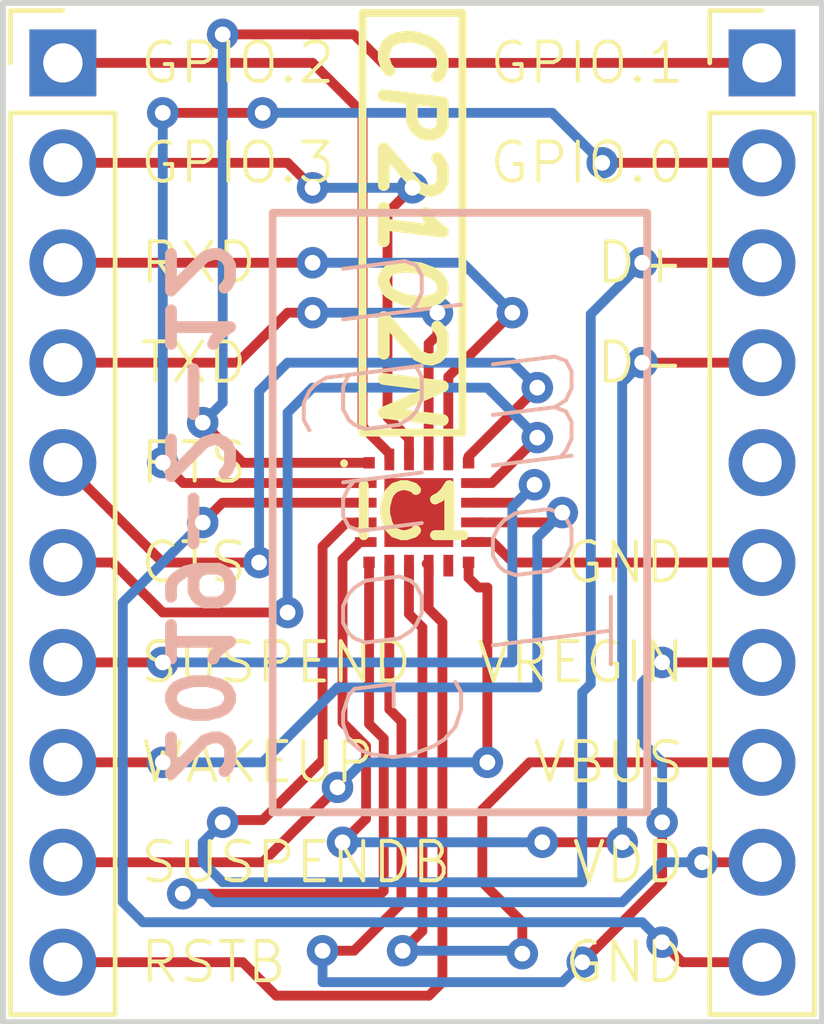
<source format=kicad_pcb>
(kicad_pcb (version 20171130) (host pcbnew "(5.0.2)-1")

  (general
    (thickness 1.6)
    (drawings 35)
    (tracks 208)
    (zones 0)
    (modules 3)
    (nets 23)
  )

  (page A4)
  (layers
    (0 F.Cu signal hide)
    (31 B.Cu signal hide)
    (32 B.Adhes user)
    (33 F.Adhes user)
    (34 B.Paste user)
    (35 F.Paste user)
    (36 B.SilkS user)
    (37 F.SilkS user)
    (38 B.Mask user)
    (39 F.Mask user)
    (40 Dwgs.User user)
    (41 Cmts.User user)
    (42 Eco1.User user)
    (43 Eco2.User user)
    (44 Edge.Cuts user)
    (45 Margin user)
    (46 B.CrtYd user)
    (47 F.CrtYd user)
    (48 B.Fab user)
    (49 F.Fab user)
  )

  (setup
    (last_trace_width 0.25)
    (trace_clearance 0.2)
    (zone_clearance 0.508)
    (zone_45_only no)
    (trace_min 0.2)
    (segment_width 0.2)
    (edge_width 0.15)
    (via_size 0.8)
    (via_drill 0.4)
    (via_min_size 0.4)
    (via_min_drill 0.3)
    (uvia_size 0.3)
    (uvia_drill 0.1)
    (uvias_allowed no)
    (uvia_min_size 0.2)
    (uvia_min_drill 0.1)
    (pcb_text_width 0.3)
    (pcb_text_size 1.5 1.5)
    (mod_edge_width 0.15)
    (mod_text_size 1 1)
    (mod_text_width 0.15)
    (pad_size 1.524 1.524)
    (pad_drill 0.762)
    (pad_to_mask_clearance 0.051)
    (solder_mask_min_width 0.25)
    (aux_axis_origin 0 0)
    (visible_elements FFFFFF7F)
    (pcbplotparams
      (layerselection 0x010fc_ffffffff)
      (usegerberextensions false)
      (usegerberattributes false)
      (usegerberadvancedattributes false)
      (creategerberjobfile false)
      (excludeedgelayer true)
      (linewidth 0.100000)
      (plotframeref false)
      (viasonmask false)
      (mode 1)
      (useauxorigin false)
      (hpglpennumber 1)
      (hpglpenspeed 20)
      (hpglpendiameter 15.000000)
      (psnegative false)
      (psa4output false)
      (plotreference true)
      (plotvalue true)
      (plotinvisibletext false)
      (padsonsilk false)
      (subtractmaskfromsilk false)
      (outputformat 1)
      (mirror false)
      (drillshape 1)
      (scaleselection 1)
      (outputdirectory ""))
  )

  (net 0 "")
  (net 1 "Net-(IC1-Pad1)")
  (net 2 "Net-(IC1-Pad2)")
  (net 3 "Net-(IC1-Pad3)")
  (net 4 "Net-(IC1-Pad4)")
  (net 5 "Net-(IC1-Pad5)")
  (net 6 "Net-(IC1-Pad6)")
  (net 7 "Net-(IC1-Pad7)")
  (net 8 "Net-(IC1-Pad8)")
  (net 9 "Net-(IC1-Pad9)")
  (net 10 "Net-(IC1-Pad10)")
  (net 11 "Net-(IC1-Pad11)")
  (net 12 "Net-(IC1-Pad12)")
  (net 13 "Net-(IC1-Pad13)")
  (net 14 "Net-(IC1-Pad14)")
  (net 15 "Net-(IC1-Pad15)")
  (net 16 "Net-(IC1-Pad16)")
  (net 17 "Net-(IC1-Pad17)")
  (net 18 "Net-(IC1-Pad18)")
  (net 19 "Net-(IC1-Pad19)")
  (net 20 "Net-(IC1-Pad20)")
  (net 21 "Net-(IC1-Pad21)")
  (net 22 "Net-(J1-Pad5)")

  (net_class Default "This is the default net class."
    (clearance 0.2)
    (trace_width 0.25)
    (via_dia 0.8)
    (via_drill 0.4)
    (uvia_dia 0.3)
    (uvia_drill 0.1)
    (add_net "Net-(IC1-Pad1)")
    (add_net "Net-(IC1-Pad10)")
    (add_net "Net-(IC1-Pad11)")
    (add_net "Net-(IC1-Pad12)")
    (add_net "Net-(IC1-Pad13)")
    (add_net "Net-(IC1-Pad14)")
    (add_net "Net-(IC1-Pad15)")
    (add_net "Net-(IC1-Pad16)")
    (add_net "Net-(IC1-Pad17)")
    (add_net "Net-(IC1-Pad18)")
    (add_net "Net-(IC1-Pad19)")
    (add_net "Net-(IC1-Pad2)")
    (add_net "Net-(IC1-Pad20)")
    (add_net "Net-(IC1-Pad21)")
    (add_net "Net-(IC1-Pad3)")
    (add_net "Net-(IC1-Pad4)")
    (add_net "Net-(IC1-Pad5)")
    (add_net "Net-(IC1-Pad6)")
    (add_net "Net-(IC1-Pad7)")
    (add_net "Net-(IC1-Pad8)")
    (add_net "Net-(IC1-Pad9)")
    (add_net "Net-(J1-Pad5)")
  )

  (module Connector_PinHeader_2.54mm:PinHeader_1x10_P2.54mm_Vertical (layer F.Cu) (tedit 59FED5CC) (tstamp 5C6F3956)
    (at 124.46 76.2)
    (descr "Through hole straight pin header, 1x10, 2.54mm pitch, single row")
    (tags "Through hole pin header THT 1x10 2.54mm single row")
    (path /5C62A536)
    (fp_text reference J2 (at 0 -2.33) (layer F.SilkS)
      (effects (font (size 1 1) (thickness 0.15)))
    )
    (fp_text value Conn_01x10 (at 0 25.19) (layer F.Fab)
      (effects (font (size 1 1) (thickness 0.15)))
    )
    (fp_text user %R (at 0 11.43 90) (layer F.Fab)
      (effects (font (size 1 1) (thickness 0.15)))
    )
    (fp_line (start 1.8 -1.8) (end -1.8 -1.8) (layer F.CrtYd) (width 0.05))
    (fp_line (start 1.8 24.65) (end 1.8 -1.8) (layer F.CrtYd) (width 0.05))
    (fp_line (start -1.8 24.65) (end 1.8 24.65) (layer F.CrtYd) (width 0.05))
    (fp_line (start -1.8 -1.8) (end -1.8 24.65) (layer F.CrtYd) (width 0.05))
    (fp_line (start -1.33 -1.33) (end 0 -1.33) (layer F.SilkS) (width 0.12))
    (fp_line (start -1.33 0) (end -1.33 -1.33) (layer F.SilkS) (width 0.12))
    (fp_line (start -1.33 1.27) (end 1.33 1.27) (layer F.SilkS) (width 0.12))
    (fp_line (start 1.33 1.27) (end 1.33 24.19) (layer F.SilkS) (width 0.12))
    (fp_line (start -1.33 1.27) (end -1.33 24.19) (layer F.SilkS) (width 0.12))
    (fp_line (start -1.33 24.19) (end 1.33 24.19) (layer F.SilkS) (width 0.12))
    (fp_line (start -1.27 -0.635) (end -0.635 -1.27) (layer F.Fab) (width 0.1))
    (fp_line (start -1.27 24.13) (end -1.27 -0.635) (layer F.Fab) (width 0.1))
    (fp_line (start 1.27 24.13) (end -1.27 24.13) (layer F.Fab) (width 0.1))
    (fp_line (start 1.27 -1.27) (end 1.27 24.13) (layer F.Fab) (width 0.1))
    (fp_line (start -0.635 -1.27) (end 1.27 -1.27) (layer F.Fab) (width 0.1))
    (pad 10 thru_hole oval (at 0 22.86) (size 1.7 1.7) (drill 1) (layers *.Cu *.Mask)
      (net 9 "Net-(IC1-Pad9)"))
    (pad 9 thru_hole oval (at 0 20.32) (size 1.7 1.7) (drill 1) (layers *.Cu *.Mask)
      (net 11 "Net-(IC1-Pad11)"))
    (pad 8 thru_hole oval (at 0 17.78) (size 1.7 1.7) (drill 1) (layers *.Cu *.Mask)
      (net 13 "Net-(IC1-Pad13)"))
    (pad 7 thru_hole oval (at 0 15.24) (size 1.7 1.7) (drill 1) (layers *.Cu *.Mask)
      (net 14 "Net-(IC1-Pad14)"))
    (pad 6 thru_hole oval (at 0 12.7) (size 1.7 1.7) (drill 1) (layers *.Cu *.Mask)
      (net 15 "Net-(IC1-Pad15)"))
    (pad 5 thru_hole oval (at 0 10.16) (size 1.7 1.7) (drill 1) (layers *.Cu *.Mask)
      (net 16 "Net-(IC1-Pad16)"))
    (pad 4 thru_hole oval (at 0 7.62) (size 1.7 1.7) (drill 1) (layers *.Cu *.Mask)
      (net 18 "Net-(IC1-Pad18)"))
    (pad 3 thru_hole oval (at 0 5.08) (size 1.7 1.7) (drill 1) (layers *.Cu *.Mask)
      (net 17 "Net-(IC1-Pad17)"))
    (pad 2 thru_hole oval (at 0 2.54) (size 1.7 1.7) (drill 1) (layers *.Cu *.Mask)
      (net 19 "Net-(IC1-Pad19)"))
    (pad 1 thru_hole rect (at 0 0) (size 1.7 1.7) (drill 1) (layers *.Cu *.Mask)
      (net 20 "Net-(IC1-Pad20)"))
    (model ${KISYS3DMOD}/Connector_PinHeader_2.54mm.3dshapes/PinHeader_1x10_P2.54mm_Vertical.wrl
      (at (xyz 0 0 0))
      (scale (xyz 1 1 1))
      (rotate (xyz 0 0 0))
    )
  )

  (module Connector_PinHeader_2.54mm:PinHeader_1x10_P2.54mm_Vertical (layer F.Cu) (tedit 5C62AF46) (tstamp 5C6F3938)
    (at 142.24 76.2)
    (descr "Through hole straight pin header, 1x10, 2.54mm pitch, single row")
    (tags "Through hole pin header THT 1x10 2.54mm single row")
    (path /5C62A59F)
    (fp_text reference J1 (at 0 -2.33) (layer F.SilkS)
      (effects (font (size 1 1) (thickness 0.15)))
    )
    (fp_text value Conn_01x10 (at 0 25.19) (layer F.Fab)
      (effects (font (size 1 1) (thickness 0.15)))
    )
    (fp_line (start -0.635 -1.27) (end 1.27 -1.27) (layer F.Fab) (width 0.1))
    (fp_line (start 1.27 -1.27) (end 1.27 24.13) (layer F.Fab) (width 0.1))
    (fp_line (start 1.27 24.13) (end -1.27 24.13) (layer F.Fab) (width 0.1))
    (fp_line (start -1.27 24.13) (end -1.27 -0.635) (layer F.Fab) (width 0.1))
    (fp_line (start -1.27 -0.635) (end -0.635 -1.27) (layer F.Fab) (width 0.1))
    (fp_line (start -1.33 24.19) (end 1.33 24.19) (layer F.SilkS) (width 0.12))
    (fp_line (start -1.33 1.27) (end -1.33 24.19) (layer F.SilkS) (width 0.12))
    (fp_line (start 1.33 1.27) (end 1.33 24.19) (layer F.SilkS) (width 0.12))
    (fp_line (start -1.33 1.27) (end 1.33 1.27) (layer F.SilkS) (width 0.12))
    (fp_line (start -1.33 0) (end -1.33 -1.33) (layer F.SilkS) (width 0.12))
    (fp_line (start -1.33 -1.33) (end 0 -1.33) (layer F.SilkS) (width 0.12))
    (fp_line (start -1.8 -1.8) (end -1.8 24.65) (layer F.CrtYd) (width 0.05))
    (fp_line (start -1.8 24.65) (end 1.8 24.65) (layer F.CrtYd) (width 0.05))
    (fp_line (start 1.8 24.65) (end 1.8 -1.8) (layer F.CrtYd) (width 0.05))
    (fp_line (start 1.8 -1.8) (end -1.8 -1.8) (layer F.CrtYd) (width 0.05))
    (fp_text user %R (at 0 11.43 90) (layer F.Fab)
      (effects (font (size 1 1) (thickness 0.15)))
    )
    (pad 1 thru_hole rect (at 0 0) (size 1.7 1.7) (drill 1) (layers *.Cu *.Mask)
      (net 1 "Net-(IC1-Pad1)"))
    (pad 2 thru_hole oval (at 0 2.54) (size 1.7 1.7) (drill 1) (layers *.Cu *.Mask)
      (net 2 "Net-(IC1-Pad2)"))
    (pad 3 thru_hole oval (at 0 5.08) (size 1.7 1.7) (drill 1) (layers *.Cu *.Mask)
      (net 4 "Net-(IC1-Pad4)"))
    (pad 4 thru_hole oval (at 0 7.62) (size 1.7 1.7) (drill 1) (layers *.Cu *.Mask)
      (net 5 "Net-(IC1-Pad5)"))
    (pad 5 thru_hole oval (at 0 10.16) (size 1.7 1.7) (drill 1) (layers *.Cu *.Mask)
      (net 22 "Net-(J1-Pad5)"))
    (pad 6 thru_hole oval (at 0 12.7) (size 1.7 1.7) (drill 1) (layers *.Cu *.Mask)
      (net 12 "Net-(IC1-Pad12)"))
    (pad 7 thru_hole oval (at 0 15.24) (size 1.7 1.7) (drill 1) (layers *.Cu *.Mask)
      (net 7 "Net-(IC1-Pad7)"))
    (pad 8 thru_hole oval (at 0 17.78) (size 1.7 1.7) (drill 1) (layers *.Cu *.Mask)
      (net 8 "Net-(IC1-Pad8)"))
    (pad 9 thru_hole oval (at 0 20.32) (size 1.7 1.7) (drill 1) (layers *.Cu *.Mask)
      (net 6 "Net-(IC1-Pad6)"))
    (pad 10 thru_hole oval (at 0 22.86) (size 1.7 1.7) (drill 1) (layers *.Cu *.Mask)
      (net 3 "Net-(IC1-Pad3)"))
    (model ${KISYS3DMOD}/Connector_PinHeader_2.54mm.3dshapes/PinHeader_1x10_P2.54mm_Vertical.wrl
      (at (xyz 0 0 0))
      (scale (xyz 1 1 1))
      (rotate (xyz 0 0 0))
    )
  )

  (module SamacSys_Parts:CPT007BA02GMR (layer F.Cu) (tedit 5C62A19F) (tstamp 5C6F3B75)
    (at 133.35 87.63)
    (descr QFN20)
    (tags "Integrated Circuit")
    (path /5C62A208)
    (attr smd)
    (fp_text reference IC1 (at 0 0) (layer F.SilkS)
      (effects (font (size 1.27 1.27) (thickness 0.254)))
    )
    (fp_text value CP2102N-A01-GQFN20 (at 0 0) (layer F.SilkS) hide
      (effects (font (size 1.27 1.27) (thickness 0.254)))
    )
    (fp_line (start -1.338 -1.5) (end 1.662 -1.5) (layer Dwgs.User) (width 0.2))
    (fp_line (start 1.662 -1.5) (end 1.662 1.5) (layer Dwgs.User) (width 0.2))
    (fp_line (start 1.662 1.5) (end -1.338 1.5) (layer Dwgs.User) (width 0.2))
    (fp_line (start -1.338 1.5) (end -1.338 -1.5) (layer Dwgs.User) (width 0.2))
    (fp_line (start -2.288 -2.125) (end 2.288 -2.125) (layer Dwgs.User) (width 0.1))
    (fp_line (start 2.288 -2.125) (end 2.288 2.125) (layer Dwgs.User) (width 0.1))
    (fp_line (start 2.288 2.125) (end -2.288 2.125) (layer Dwgs.User) (width 0.1))
    (fp_line (start -2.288 2.125) (end -2.288 -2.125) (layer Dwgs.User) (width 0.1))
    (fp_line (start -1.738 -1.3) (end -1.738 -1.3) (layer F.SilkS) (width 0.1))
    (fp_line (start -1.738 -1.2) (end -1.738 -1.2) (layer F.SilkS) (width 0.1))
    (fp_arc (start -1.738 -1.25) (end -1.738 -1.3) (angle 180) (layer F.SilkS) (width 0.1))
    (fp_arc (start -1.738 -1.25) (end -1.738 -1.2) (angle 180) (layer F.SilkS) (width 0.1))
    (pad 1 smd rect (at -1.103 -1.265) (size 0.29 0.29) (layers F.Cu F.Paste F.Mask)
      (net 1 "Net-(IC1-Pad1)"))
    (pad 2 smd rect (at -1.188 -0.75 90) (size 0.25 0.55) (layers F.Cu F.Paste F.Mask)
      (net 2 "Net-(IC1-Pad2)"))
    (pad 3 smd rect (at -1.188 -0.25 90) (size 0.25 0.55) (layers F.Cu F.Paste F.Mask)
      (net 3 "Net-(IC1-Pad3)"))
    (pad 4 smd rect (at -1.188 0.25 90) (size 0.25 0.55) (layers F.Cu F.Paste F.Mask)
      (net 4 "Net-(IC1-Pad4)"))
    (pad 5 smd rect (at -1.188 0.75 90) (size 0.25 0.55) (layers F.Cu F.Paste F.Mask)
      (net 5 "Net-(IC1-Pad5)"))
    (pad 6 smd rect (at -1.103 1.265) (size 0.29 0.29) (layers F.Cu F.Paste F.Mask)
      (net 6 "Net-(IC1-Pad6)"))
    (pad 7 smd rect (at -0.588 1.35) (size 0.25 0.55) (layers F.Cu F.Paste F.Mask)
      (net 7 "Net-(IC1-Pad7)"))
    (pad 8 smd rect (at -0.088 1.35) (size 0.25 0.55) (layers F.Cu F.Paste F.Mask)
      (net 8 "Net-(IC1-Pad8)"))
    (pad 9 smd rect (at 0.412 1.35) (size 0.25 0.55) (layers F.Cu F.Paste F.Mask)
      (net 9 "Net-(IC1-Pad9)"))
    (pad 10 smd rect (at 0.912 1.35) (size 0.25 0.55) (layers F.Cu F.Paste F.Mask)
      (net 10 "Net-(IC1-Pad10)"))
    (pad 11 smd rect (at 1.427 1.265) (size 0.29 0.29) (layers F.Cu F.Paste F.Mask)
      (net 11 "Net-(IC1-Pad11)"))
    (pad 12 smd rect (at 1.513 0.75 90) (size 0.25 0.55) (layers F.Cu F.Paste F.Mask)
      (net 12 "Net-(IC1-Pad12)"))
    (pad 13 smd rect (at 1.513 0.25 90) (size 0.25 0.55) (layers F.Cu F.Paste F.Mask)
      (net 13 "Net-(IC1-Pad13)"))
    (pad 14 smd rect (at 1.513 -0.25 90) (size 0.25 0.55) (layers F.Cu F.Paste F.Mask)
      (net 14 "Net-(IC1-Pad14)"))
    (pad 15 smd rect (at 1.513 -0.75 90) (size 0.25 0.55) (layers F.Cu F.Paste F.Mask)
      (net 15 "Net-(IC1-Pad15)"))
    (pad 16 smd rect (at 1.427 -1.265) (size 0.29 0.29) (layers F.Cu F.Paste F.Mask)
      (net 16 "Net-(IC1-Pad16)"))
    (pad 17 smd rect (at 0.912 -1.35) (size 0.25 0.55) (layers F.Cu F.Paste F.Mask)
      (net 17 "Net-(IC1-Pad17)"))
    (pad 18 smd rect (at 0.412 -1.35) (size 0.25 0.55) (layers F.Cu F.Paste F.Mask)
      (net 18 "Net-(IC1-Pad18)"))
    (pad 19 smd rect (at -0.088 -1.35) (size 0.25 0.55) (layers F.Cu F.Paste F.Mask)
      (net 19 "Net-(IC1-Pad19)"))
    (pad 20 smd rect (at -0.588 -1.35) (size 0.25 0.55) (layers F.Cu F.Paste F.Mask)
      (net 20 "Net-(IC1-Pad20)"))
    (pad 21 smd rect (at 0.162 0) (size 1.75 1.75) (layers F.Cu F.Paste F.Mask)
      (net 21 "Net-(IC1-Pad21)"))
  )

  (gr_line (start 129.794 95.25) (end 139.319 95.25) (layer B.SilkS) (width 0.2) (tstamp 5C6F416E))
  (gr_line (start 139.319 80.01) (end 129.794 80.01) (layer B.SilkS) (width 0.2) (tstamp 5C6F4171))
  (gr_line (start 139.319 95.25) (end 139.319 80.01) (layer B.SilkS) (width 0.2) (tstamp 5C6F4174))
  (gr_line (start 129.794 95.25) (end 129.794 80.01) (layer B.SilkS) (width 0.2) (tstamp 5C6F416B))
  (gr_text 2019-2-12 (at 127.889 87.63 -90) (layer B.SilkS) (tstamp 5C6F4177)
    (effects (font (size 1.5 1.5) (thickness 0.3)) (justify mirror))
  )
  (gr_text Gough (at 132.969 87.63 -90) (layer B.SilkS) (tstamp 5C6F417D)
    (effects (font (size 3 3) (thickness 0.1) italic) (justify mirror))
  )
  (gr_text Tom (at 136.779 87.63 -90) (layer B.SilkS) (tstamp 5C6F417A)
    (effects (font (size 3 3) (thickness 0.1) italic) (justify mirror))
  )
  (gr_line (start 122.936 100.584) (end 122.936 74.676) (layer Edge.Cuts) (width 0.15))
  (gr_line (start 143.764 100.584) (end 122.936 100.584) (layer Edge.Cuts) (width 0.15))
  (gr_line (start 143.764 74.676) (end 143.764 100.584) (layer Edge.Cuts) (width 0.15))
  (gr_line (start 122.936 74.676) (end 143.764 74.676) (layer Edge.Cuts) (width 0.15))
  (gr_line (start 132.08 74.93) (end 132.08 85.598) (layer F.SilkS) (width 0.2))
  (gr_line (start 134.62 85.598) (end 134.62 74.93) (layer F.SilkS) (width 0.2))
  (gr_line (start 134.62 85.598) (end 132.08 85.598) (layer F.SilkS) (width 0.2))
  (gr_line (start 134.62 74.93) (end 132.08 74.93) (layer F.SilkS) (width 0.2))
  (gr_text CP2102N (at 133.2992 80.3148 -90) (layer F.SilkS)
    (effects (font (size 1.5 1.5) (thickness 0.3) italic))
  )
  (gr_text GPIO.1 (at 140.335 76.2) (layer F.SilkS) (tstamp 5C6F404D)
    (effects (font (size 1 1) (thickness 0.1)) (justify right))
  )
  (gr_text GPIO.0 (at 140.335 78.74) (layer F.SilkS) (tstamp 5C6F4049)
    (effects (font (size 1 1) (thickness 0.1)) (justify right))
  )
  (gr_text D+ (at 140.335 81.28) (layer F.SilkS) (tstamp 5C6F4045)
    (effects (font (size 1 1) (thickness 0.1)) (justify right))
  )
  (gr_text D- (at 140.335 83.82) (layer F.SilkS) (tstamp 5C6F4041)
    (effects (font (size 1 1) (thickness 0.1)) (justify right))
  )
  (gr_text GND (at 140.335 88.9) (layer F.SilkS) (tstamp 5C6F3F7E)
    (effects (font (size 1 1) (thickness 0.1)) (justify right))
  )
  (gr_text VREGIN (at 140.335 91.44) (layer F.SilkS) (tstamp 5C6F3F7A)
    (effects (font (size 1 1) (thickness 0.1)) (justify right))
  )
  (gr_text VBUS (at 140.335 93.98) (layer F.SilkS) (tstamp 5C6F3F73)
    (effects (font (size 1 1) (thickness 0.1)) (justify right))
  )
  (gr_text VDD (at 140.335 96.52) (layer F.SilkS) (tstamp 5C6F3F70)
    (effects (font (size 1 1) (thickness 0.1)) (justify right))
  )
  (gr_text GND (at 140.335 99.06) (layer F.SilkS) (tstamp 5C6F3F6C)
    (effects (font (size 1 1) (thickness 0.1)) (justify right))
  )
  (gr_text GPIO.2 (at 126.365 76.2) (layer F.SilkS) (tstamp 5C6F401E)
    (effects (font (size 1 1) (thickness 0.1)) (justify left))
  )
  (gr_text GPIO.3 (at 126.365 78.74) (layer F.SilkS) (tstamp 5C6F401B)
    (effects (font (size 1 1) (thickness 0.1)) (justify left))
  )
  (gr_text RXD (at 126.365 81.28) (layer F.SilkS) (tstamp 5C6F4018)
    (effects (font (size 1 1) (thickness 0.1)) (justify left))
  )
  (gr_text TXD (at 126.365 83.82) (layer F.SilkS) (tstamp 5C6F4012)
    (effects (font (size 1 1) (thickness 0.1)) (justify left))
  )
  (gr_text RTS (at 126.365 86.36) (layer F.SilkS) (tstamp 5C6F4024)
    (effects (font (size 1 1) (thickness 0.1)) (justify left))
  )
  (gr_text CTS (at 126.365 88.9) (layer F.SilkS) (tstamp 5C6F4015)
    (effects (font (size 1 1) (thickness 0.1)) (justify left))
  )
  (gr_text SUSPEND (at 126.365 91.44) (layer F.SilkS) (tstamp 5C6F4027)
    (effects (font (size 1 1) (thickness 0.1)) (justify left))
  )
  (gr_text WAKEUP (at 126.365 93.98) (layer F.SilkS) (tstamp 5C6F4021)
    (effects (font (size 1 1) (thickness 0.1)) (justify left))
  )
  (gr_text SUSPENDB (at 126.365 96.52) (layer F.SilkS) (tstamp 5C6F402D)
    (effects (font (size 1 1) (thickness 0.1)) (justify left))
  )
  (gr_text RSTB (at 126.365 99.06) (layer F.SilkS) (tstamp 5C6F402A)
    (effects (font (size 1 1) (thickness 0.1)) (justify left))
  )

  (segment (start 142.24 76.2) (end 141.14 76.2) (width 0.25) (layer F.Cu) (net 1))
  (segment (start 132.247 86.365) (end 129.037 86.365) (width 0.25) (layer F.Cu) (net 1))
  (via (at 128.016 85.344) (size 0.8) (drill 0.4) (layers F.Cu B.Cu) (net 1))
  (segment (start 129.037 86.365) (end 128.016 85.344) (width 0.25) (layer F.Cu) (net 1))
  (via (at 128.524 75.475) (size 0.8) (drill 0.4) (layers F.Cu B.Cu) (net 1))
  (segment (start 128.016 85.344) (end 128.524 84.836) (width 0.25) (layer B.Cu) (net 1))
  (segment (start 128.524 84.836) (end 128.524 75.475) (width 0.25) (layer B.Cu) (net 1))
  (segment (start 128.524 75.475) (end 131.863 75.475) (width 0.25) (layer F.Cu) (net 1))
  (segment (start 132.588 76.2) (end 141.14 76.2) (width 0.25) (layer F.Cu) (net 1))
  (segment (start 131.863 75.475) (end 132.588 76.2) (width 0.25) (layer F.Cu) (net 1))
  (via (at 129.54 77.47) (size 0.8) (drill 0.4) (layers F.Cu B.Cu) (net 2))
  (via (at 127 77.47) (size 0.8) (drill 0.4) (layers F.Cu B.Cu) (net 2))
  (segment (start 129.54 77.47) (end 127 77.47) (width 0.25) (layer F.Cu) (net 2))
  (via (at 127 86.36) (size 0.8) (drill 0.4) (layers F.Cu B.Cu) (net 2))
  (segment (start 127 77.47) (end 127 85.528002) (width 0.25) (layer B.Cu) (net 2))
  (segment (start 127 85.528002) (end 127 86.36) (width 0.25) (layer B.Cu) (net 2))
  (segment (start 127.52 86.88) (end 132.162 86.88) (width 0.25) (layer F.Cu) (net 2))
  (segment (start 127 86.36) (end 127.52 86.88) (width 0.25) (layer F.Cu) (net 2))
  (segment (start 129.54 77.47) (end 136.906 77.47) (width 0.25) (layer B.Cu) (net 2))
  (via (at 138.176 78.74) (size 0.8) (drill 0.4) (layers F.Cu B.Cu) (net 2))
  (segment (start 136.906 77.47) (end 138.176 78.74) (width 0.25) (layer B.Cu) (net 2))
  (segment (start 138.176 78.74) (end 142.24 78.74) (width 0.25) (layer F.Cu) (net 2))
  (via (at 128.016 87.884) (size 0.8) (drill 0.4) (layers F.Cu B.Cu) (net 3))
  (segment (start 132.162 87.38) (end 128.52 87.38) (width 0.25) (layer F.Cu) (net 3))
  (segment (start 128.52 87.38) (end 128.016 87.884) (width 0.25) (layer F.Cu) (net 3))
  (segment (start 128.016 87.884) (end 125.984 89.916) (width 0.25) (layer B.Cu) (net 3))
  (segment (start 125.984 89.916) (end 125.984 97.536) (width 0.25) (layer B.Cu) (net 3))
  (segment (start 125.984 97.536) (end 126.492 98.044) (width 0.25) (layer B.Cu) (net 3))
  (via (at 139.7 98.552) (size 0.8) (drill 0.4) (layers F.Cu B.Cu) (net 3))
  (segment (start 126.492 98.044) (end 139.192 98.044) (width 0.25) (layer B.Cu) (net 3))
  (segment (start 139.192 98.044) (end 139.7 98.552) (width 0.25) (layer B.Cu) (net 3))
  (segment (start 140.208 99.06) (end 142.24 99.06) (width 0.25) (layer F.Cu) (net 3))
  (segment (start 139.7 98.552) (end 140.208 99.06) (width 0.25) (layer F.Cu) (net 3))
  (segment (start 131.064 88.492998) (end 131.672998 87.884) (width 0.25) (layer F.Cu) (net 4))
  (segment (start 131.064 91.948) (end 131.064 88.492998) (width 0.25) (layer F.Cu) (net 4))
  (segment (start 132.158 87.884) (end 132.162 87.88) (width 0.25) (layer F.Cu) (net 4))
  (segment (start 131.672998 87.884) (end 132.158 87.884) (width 0.25) (layer F.Cu) (net 4))
  (segment (start 131.064 93.922998) (end 129.54 95.446998) (width 0.25) (layer F.Cu) (net 4))
  (segment (start 131.064 91.948) (end 131.064 93.922998) (width 0.25) (layer F.Cu) (net 4))
  (via (at 128.524 95.504) (size 0.8) (drill 0.4) (layers F.Cu B.Cu) (net 4))
  (segment (start 129.54 95.446998) (end 128.581002 95.446998) (width 0.25) (layer F.Cu) (net 4))
  (segment (start 128.581002 95.446998) (end 128.524 95.504) (width 0.25) (layer F.Cu) (net 4))
  (segment (start 128.016 96.012) (end 128.016 96.52) (width 0.25) (layer B.Cu) (net 4))
  (segment (start 128.524 95.504) (end 128.016 96.012) (width 0.25) (layer B.Cu) (net 4))
  (segment (start 128.524 97.028) (end 137.668 97.028) (width 0.25) (layer B.Cu) (net 4))
  (segment (start 137.668 97.028) (end 137.668 92.202) (width 0.25) (layer B.Cu) (net 4))
  (segment (start 128.016 96.52) (end 128.524 97.028) (width 0.25) (layer B.Cu) (net 4))
  (segment (start 137.668 92.202) (end 137.885001 91.984999) (width 0.25) (layer B.Cu) (net 4))
  (via (at 139.192 81.28) (size 0.8) (drill 0.4) (layers F.Cu B.Cu) (net 4))
  (segment (start 139.065 81.28) (end 139.192 81.28) (width 0.25) (layer B.Cu) (net 4))
  (segment (start 139.192 81.28) (end 142.24 81.28) (width 0.25) (layer F.Cu) (net 4))
  (segment (start 137.885001 82.586999) (end 139.192 81.28) (width 0.25) (layer B.Cu) (net 4))
  (segment (start 137.885001 91.984999) (end 137.885001 82.586999) (width 0.25) (layer B.Cu) (net 4))
  (segment (start 132.162 88.38) (end 132.012 88.38) (width 0.25) (layer F.Cu) (net 5))
  (segment (start 132.012 88.38) (end 131.572 88.82) (width 0.25) (layer F.Cu) (net 5))
  (segment (start 131.572 88.82) (end 131.572 92.964) (width 0.25) (layer F.Cu) (net 5))
  (via (at 131.572 96.012) (size 0.8) (drill 0.4) (layers F.Cu B.Cu) (net 5))
  (segment (start 132.170001 95.413999) (end 131.572 96.012) (width 0.25) (layer F.Cu) (net 5))
  (segment (start 131.572 92.964) (end 132.170001 93.562001) (width 0.25) (layer F.Cu) (net 5))
  (segment (start 132.170001 93.562001) (end 132.170001 95.413999) (width 0.25) (layer F.Cu) (net 5))
  (via (at 136.652 96.012) (size 0.8) (drill 0.4) (layers F.Cu B.Cu) (net 5))
  (segment (start 131.572 96.012) (end 136.652 96.012) (width 0.25) (layer B.Cu) (net 5))
  (via (at 138.684 96.012) (size 0.8) (drill 0.4) (layers F.Cu B.Cu) (net 5))
  (segment (start 136.652 96.012) (end 138.684 96.012) (width 0.25) (layer F.Cu) (net 5))
  (segment (start 138.684 96.012) (end 138.684 84.328) (width 0.25) (layer B.Cu) (net 5))
  (via (at 139.192 83.82) (size 0.8) (drill 0.4) (layers F.Cu B.Cu) (net 5))
  (segment (start 138.684 84.328) (end 139.192 83.82) (width 0.25) (layer B.Cu) (net 5))
  (segment (start 139.192 83.82) (end 142.24 83.82) (width 0.25) (layer F.Cu) (net 5))
  (via (at 127.508 97.319) (size 0.8) (drill 0.4) (layers F.Cu B.Cu) (net 6))
  (segment (start 128.073685 97.319) (end 128.290685 97.536) (width 0.25) (layer B.Cu) (net 6))
  (segment (start 127.508 97.319) (end 128.073685 97.319) (width 0.25) (layer B.Cu) (net 6))
  (segment (start 128.290685 97.536) (end 138.684 97.536) (width 0.25) (layer B.Cu) (net 6))
  (segment (start 138.684 97.536) (end 139.7 96.52) (width 0.25) (layer B.Cu) (net 6))
  (segment (start 132.247 88.895) (end 132.247 93.00259) (width 0.25) (layer F.Cu) (net 6))
  (segment (start 132.54959 97.319) (end 127.508 97.319) (width 0.25) (layer F.Cu) (net 6))
  (segment (start 132.620011 97.248579) (end 132.54959 97.319) (width 0.25) (layer F.Cu) (net 6))
  (segment (start 132.620011 93.375601) (end 132.620011 97.248579) (width 0.25) (layer F.Cu) (net 6))
  (segment (start 132.247 93.00259) (end 132.620011 93.375601) (width 0.25) (layer F.Cu) (net 6))
  (via (at 140.716 96.52) (size 0.8) (drill 0.4) (layers F.Cu B.Cu) (net 6))
  (segment (start 142.24 96.52) (end 140.716 96.52) (width 0.25) (layer F.Cu) (net 6))
  (segment (start 140.716 96.52) (end 139.7 96.52) (width 0.25) (layer B.Cu) (net 6))
  (segment (start 132.762 88.98) (end 132.762 92.63) (width 0.25) (layer F.Cu) (net 7))
  (segment (start 133.07002 92.93802) (end 133.07002 97.56198) (width 0.25) (layer F.Cu) (net 7))
  (segment (start 132.762 92.63) (end 133.07002 92.93802) (width 0.25) (layer F.Cu) (net 7))
  (via (at 131.064 98.769) (size 0.8) (drill 0.4) (layers F.Cu B.Cu) (net 7))
  (segment (start 133.07002 97.56198) (end 131.863 98.769) (width 0.25) (layer F.Cu) (net 7))
  (segment (start 131.863 98.769) (end 131.064 98.769) (width 0.25) (layer F.Cu) (net 7))
  (segment (start 131.064 98.769) (end 131.064 99.568) (width 0.25) (layer B.Cu) (net 7))
  (via (at 137.668 99.06) (size 0.8) (drill 0.4) (layers F.Cu B.Cu) (net 7))
  (segment (start 131.064 99.568) (end 137.16 99.568) (width 0.25) (layer B.Cu) (net 7))
  (segment (start 137.16 99.568) (end 137.668 99.06) (width 0.25) (layer B.Cu) (net 7))
  (via (at 139.7 95.504) (size 0.8) (drill 0.4) (layers F.Cu B.Cu) (net 7))
  (segment (start 137.668 99.06) (end 139.7 97.028) (width 0.25) (layer F.Cu) (net 7))
  (segment (start 139.7 97.028) (end 139.7 95.504) (width 0.25) (layer F.Cu) (net 7))
  (segment (start 139.7 93.98) (end 139.192 93.472) (width 0.25) (layer B.Cu) (net 7))
  (segment (start 139.7 95.504) (end 139.7 93.98) (width 0.25) (layer B.Cu) (net 7))
  (segment (start 139.192 93.472) (end 139.192 91.948) (width 0.25) (layer B.Cu) (net 7))
  (via (at 139.7 91.44) (size 0.8) (drill 0.4) (layers F.Cu B.Cu) (net 7))
  (segment (start 139.192 91.948) (end 139.7 91.44) (width 0.25) (layer B.Cu) (net 7))
  (segment (start 139.7 91.44) (end 142.24 91.44) (width 0.25) (layer F.Cu) (net 7))
  (segment (start 133.262 90.21041) (end 133.604 90.55241) (width 0.25) (layer F.Cu) (net 8))
  (segment (start 133.262 88.98) (end 133.262 90.21041) (width 0.25) (layer F.Cu) (net 8))
  (via (at 133.100653 98.769) (size 0.8) (drill 0.4) (layers F.Cu B.Cu) (net 8))
  (segment (start 133.604 90.55241) (end 133.604 98.265653) (width 0.25) (layer F.Cu) (net 8))
  (segment (start 133.604 98.265653) (end 133.100653 98.769) (width 0.25) (layer F.Cu) (net 8))
  (via (at 136.144 98.843) (size 0.8) (drill 0.4) (layers F.Cu B.Cu) (net 8))
  (segment (start 133.100653 98.769) (end 136.07 98.769) (width 0.25) (layer B.Cu) (net 8))
  (segment (start 136.07 98.769) (end 136.144 98.843) (width 0.25) (layer B.Cu) (net 8))
  (segment (start 136.144 98.843) (end 136.144 98.044) (width 0.25) (layer F.Cu) (net 8))
  (segment (start 136.144 98.044) (end 135.128 97.028) (width 0.25) (layer F.Cu) (net 8))
  (segment (start 141.037919 93.98) (end 142.24 93.98) (width 0.25) (layer F.Cu) (net 8))
  (segment (start 136.328002 93.98) (end 141.037919 93.98) (width 0.25) (layer F.Cu) (net 8))
  (segment (start 135.128 95.180002) (end 136.328002 93.98) (width 0.25) (layer F.Cu) (net 8))
  (segment (start 135.128 97.028) (end 135.128 95.180002) (width 0.25) (layer F.Cu) (net 8))
  (segment (start 133.712001 88.930001) (end 133.762 88.98) (width 0.25) (layer F.Cu) (net 9))
  (segment (start 133.762 90.074) (end 133.762 88.98) (width 0.25) (layer F.Cu) (net 9))
  (segment (start 134.112 90.424) (end 133.762 90.074) (width 0.25) (layer F.Cu) (net 9))
  (segment (start 134.112 99.568) (end 134.112 90.424) (width 0.25) (layer F.Cu) (net 9))
  (segment (start 133.770001 99.909999) (end 134.112 99.568) (width 0.25) (layer F.Cu) (net 9))
  (segment (start 133.770001 99.909999) (end 129.881999 99.909999) (width 0.25) (layer F.Cu) (net 9))
  (segment (start 129.032 99.06) (end 124.46 99.06) (width 0.25) (layer F.Cu) (net 9))
  (segment (start 129.881999 99.909999) (end 129.032 99.06) (width 0.25) (layer F.Cu) (net 9))
  (via (at 131.445 94.615) (size 0.8) (drill 0.4) (layers F.Cu B.Cu) (net 11))
  (segment (start 124.46 96.52) (end 129.54 96.52) (width 0.25) (layer F.Cu) (net 11))
  (segment (start 129.54 96.52) (end 131.445 94.615) (width 0.25) (layer F.Cu) (net 11))
  (via (at 135.255 93.98) (size 0.8) (drill 0.4) (layers F.Cu B.Cu) (net 11))
  (segment (start 131.445 94.615) (end 132.08 93.98) (width 0.25) (layer B.Cu) (net 11))
  (segment (start 132.08 93.98) (end 135.255 93.98) (width 0.25) (layer B.Cu) (net 11))
  (segment (start 135.255 90.17) (end 135.255 89.535) (width 0.25) (layer F.Cu) (net 11))
  (segment (start 135.255 93.98) (end 135.255 90.17) (width 0.25) (layer F.Cu) (net 11))
  (segment (start 135.022 89.535) (end 135.255 89.535) (width 0.25) (layer F.Cu) (net 11))
  (segment (start 134.777 89.29) (end 135.022 89.535) (width 0.25) (layer F.Cu) (net 11))
  (segment (start 134.777 88.895) (end 134.777 89.29) (width 0.25) (layer F.Cu) (net 11))
  (segment (start 135.388 88.38) (end 135.908 88.9) (width 0.25) (layer F.Cu) (net 12))
  (segment (start 134.863 88.38) (end 135.388 88.38) (width 0.25) (layer F.Cu) (net 12))
  (segment (start 135.908 88.9) (end 142.24 88.9) (width 0.25) (layer F.Cu) (net 12))
  (via (at 137.16 87.63) (size 0.8) (drill 0.4) (layers F.Cu B.Cu) (net 13))
  (segment (start 134.863 87.88) (end 136.91 87.88) (width 0.25) (layer F.Cu) (net 13))
  (segment (start 136.91 87.88) (end 137.16 87.63) (width 0.25) (layer F.Cu) (net 13))
  (segment (start 137.16 87.63) (end 136.525 88.265) (width 0.25) (layer B.Cu) (net 13))
  (segment (start 136.525 88.265) (end 136.525 90.17) (width 0.25) (layer B.Cu) (net 13))
  (segment (start 136.525 90.17) (end 136.525 92.075) (width 0.25) (layer B.Cu) (net 13))
  (segment (start 131.445 92.075) (end 129.54 93.98) (width 0.25) (layer B.Cu) (net 13))
  (via (at 127 93.98) (size 0.8) (drill 0.4) (layers F.Cu B.Cu) (net 13))
  (segment (start 129.54 93.98) (end 127 93.98) (width 0.25) (layer B.Cu) (net 13))
  (segment (start 127 93.98) (end 124.46 93.98) (width 0.25) (layer F.Cu) (net 13))
  (segment (start 136.525 92.075) (end 131.445 92.075) (width 0.25) (layer B.Cu) (net 13))
  (via (at 127 91.44) (size 0.8) (drill 0.4) (layers F.Cu B.Cu) (net 14))
  (segment (start 124.46 91.44) (end 127 91.44) (width 0.25) (layer F.Cu) (net 14))
  (segment (start 127 91.44) (end 135.89 91.44) (width 0.25) (layer B.Cu) (net 14))
  (via (at 136.452892 86.922892) (size 0.8) (drill 0.4) (layers F.Cu B.Cu) (net 14))
  (segment (start 135.89 91.44) (end 135.89 87.485784) (width 0.25) (layer B.Cu) (net 14) (tstamp 5C6F3BE5))
  (segment (start 135.89 87.485784) (end 136.452892 86.922892) (width 0.25) (layer B.Cu) (net 14))
  (segment (start 135.995784 87.38) (end 134.863 87.38) (width 0.25) (layer F.Cu) (net 14))
  (segment (start 136.452892 86.922892) (end 135.995784 87.38) (width 0.25) (layer F.Cu) (net 14))
  (segment (start 124.46 88.9) (end 125.73 88.9) (width 0.25) (layer F.Cu) (net 15))
  (via (at 130.175 90.17) (size 0.8) (drill 0.4) (layers F.Cu B.Cu) (net 15))
  (segment (start 125.73 88.9) (end 127 90.17) (width 0.25) (layer F.Cu) (net 15))
  (segment (start 127 90.17) (end 130.175 90.17) (width 0.25) (layer F.Cu) (net 15))
  (segment (start 130.175 90.17) (end 130.175 85.09) (width 0.25) (layer B.Cu) (net 15))
  (segment (start 130.175 85.09) (end 130.81 84.455) (width 0.25) (layer B.Cu) (net 15))
  (via (at 136.525 85.725) (size 0.8) (drill 0.4) (layers F.Cu B.Cu) (net 15))
  (segment (start 130.81 84.455) (end 135.255 84.455) (width 0.25) (layer B.Cu) (net 15))
  (segment (start 135.255 84.455) (end 136.525 85.725) (width 0.25) (layer B.Cu) (net 15))
  (segment (start 135.37 86.88) (end 134.863 86.88) (width 0.25) (layer F.Cu) (net 15))
  (segment (start 136.525 85.725) (end 135.37 86.88) (width 0.25) (layer F.Cu) (net 15))
  (segment (start 124.46 86.36) (end 127 88.9) (width 0.25) (layer F.Cu) (net 16))
  (via (at 129.45 88.9) (size 0.8) (drill 0.4) (layers F.Cu B.Cu) (net 16))
  (segment (start 127 88.9) (end 129.45 88.9) (width 0.25) (layer F.Cu) (net 16))
  (segment (start 129.45 88.9) (end 129.45 84.545) (width 0.25) (layer B.Cu) (net 16))
  (segment (start 129.45 84.545) (end 130.175 83.82) (width 0.25) (layer B.Cu) (net 16))
  (segment (start 130.175 83.82) (end 135.89 83.82) (width 0.25) (layer B.Cu) (net 16))
  (via (at 136.525 84.455) (size 0.8) (drill 0.4) (layers F.Cu B.Cu) (net 16))
  (segment (start 135.89 83.82) (end 136.525 84.455) (width 0.25) (layer B.Cu) (net 16))
  (segment (start 134.777 86.203) (end 134.777 86.365) (width 0.25) (layer F.Cu) (net 16))
  (segment (start 136.525 84.455) (end 134.777 86.203) (width 0.25) (layer F.Cu) (net 16))
  (via (at 130.81 81.28) (size 0.8) (drill 0.4) (layers F.Cu B.Cu) (net 17))
  (segment (start 124.46 81.28) (end 130.81 81.28) (width 0.25) (layer F.Cu) (net 17))
  (via (at 135.89 82.55) (size 0.8) (drill 0.4) (layers F.Cu B.Cu) (net 17))
  (segment (start 130.81 81.28) (end 134.62 81.28) (width 0.25) (layer B.Cu) (net 17))
  (segment (start 134.62 81.28) (end 135.89 82.55) (width 0.25) (layer B.Cu) (net 17))
  (segment (start 134.262 84.178) (end 134.262 86.28) (width 0.25) (layer F.Cu) (net 17))
  (segment (start 135.89 82.55) (end 134.262 84.178) (width 0.25) (layer F.Cu) (net 17))
  (segment (start 124.46 83.82) (end 126.365 83.82) (width 0.25) (layer F.Cu) (net 18))
  (segment (start 126.365 83.82) (end 128.905 83.82) (width 0.25) (layer F.Cu) (net 18))
  (via (at 130.81 82.55) (size 0.8) (drill 0.4) (layers F.Cu B.Cu) (net 18))
  (segment (start 128.905 83.82) (end 130.175 82.55) (width 0.25) (layer F.Cu) (net 18))
  (segment (start 130.175 82.55) (end 130.81 82.55) (width 0.25) (layer F.Cu) (net 18))
  (via (at 133.985 82.55) (size 0.8) (drill 0.4) (layers F.Cu B.Cu) (net 18))
  (segment (start 130.81 82.55) (end 133.985 82.55) (width 0.25) (layer B.Cu) (net 18))
  (segment (start 133.762 85.755) (end 133.762 86.28) (width 0.25) (layer F.Cu) (net 18))
  (segment (start 133.762 83.338685) (end 133.762 85.755) (width 0.25) (layer F.Cu) (net 18))
  (segment (start 133.985 83.115685) (end 133.762 83.338685) (width 0.25) (layer F.Cu) (net 18))
  (segment (start 133.985 82.55) (end 133.985 83.115685) (width 0.25) (layer F.Cu) (net 18))
  (via (at 130.81 79.375) (size 0.8) (drill 0.4) (layers F.Cu B.Cu) (net 19))
  (segment (start 124.46 78.74) (end 130.175 78.74) (width 0.25) (layer F.Cu) (net 19))
  (segment (start 130.175 78.74) (end 130.81 79.375) (width 0.25) (layer F.Cu) (net 19))
  (via (at 133.35 79.375) (size 0.8) (drill 0.4) (layers F.Cu B.Cu) (net 19))
  (segment (start 130.81 79.375) (end 133.35 79.375) (width 0.25) (layer B.Cu) (net 19))
  (segment (start 133.262 85.755) (end 132.715 85.208) (width 0.25) (layer F.Cu) (net 19))
  (segment (start 133.262 86.28) (end 133.262 85.755) (width 0.25) (layer F.Cu) (net 19))
  (segment (start 132.715 80.01) (end 133.35 79.375) (width 0.25) (layer F.Cu) (net 19))
  (segment (start 132.715 85.208) (end 132.715 80.01) (width 0.25) (layer F.Cu) (net 19))
  (segment (start 132.762 86.13) (end 132.08 85.448) (width 0.25) (layer F.Cu) (net 20))
  (segment (start 132.762 86.28) (end 132.762 86.13) (width 0.25) (layer F.Cu) (net 20))
  (segment (start 132.08 85.448) (end 132.08 77.47) (width 0.25) (layer F.Cu) (net 20))
  (segment (start 130.81 76.2) (end 124.46 76.2) (width 0.25) (layer F.Cu) (net 20))
  (segment (start 132.08 77.47) (end 130.81 76.2) (width 0.25) (layer F.Cu) (net 20))

)

</source>
